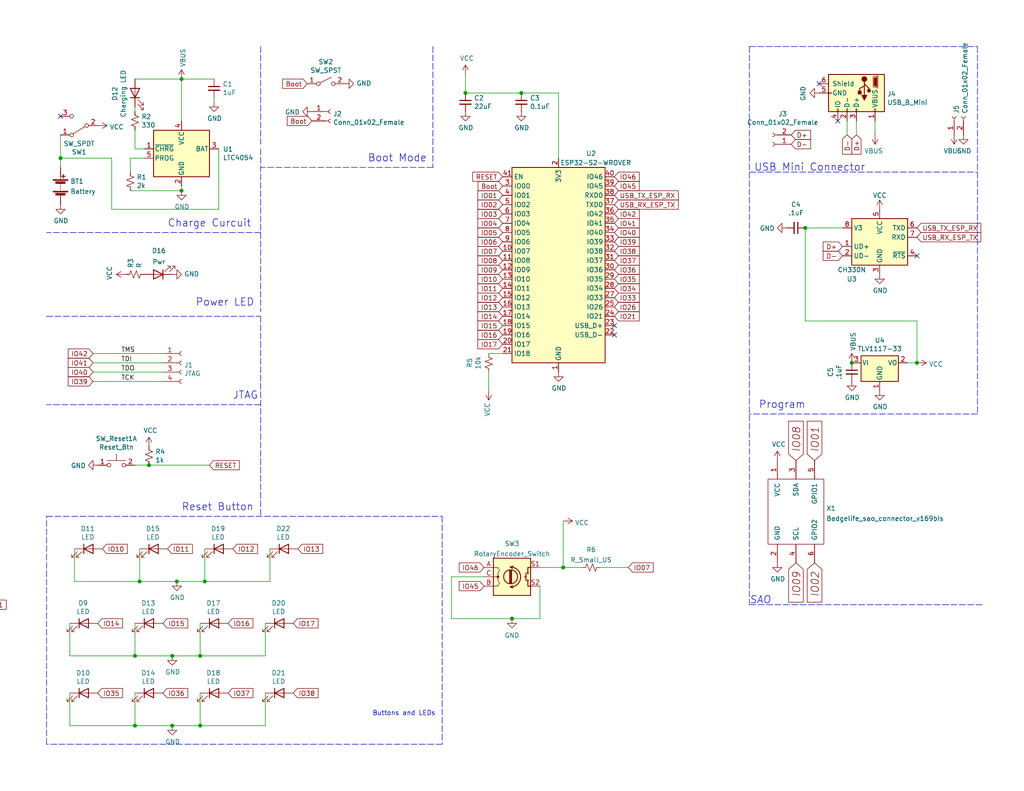
<source format=kicad_sch>
(kicad_sch (version 20211123) (generator eeschema)
  (paper "USLetter")
  (title_block (title "Prospect Boards") (date "2022-07-03") (rev "1.0") (company "BadgePirates") (comment 1 "ESP32-S2 WROVER") (comment 2 "Li-Ion Charging") (comment 3 "USB to Serial Connector"))
  (lib_symbols
    (symbol "BadgePirates:Badgelife_sao_connector_v169bis" (pin_names (offset 1.016))
      (property "Reference" "X" (at 0 0 0))
      (property "Value" "Badgelife_sao_connector_v169bis" (at 0 20.32 0))
      (symbol "Badgelife_sao_connector_v169bis_0_1"
        (rectangle (start -7.62 8.89) (end 7.62 -8.89))
      )
      (symbol "Badgelife_sao_connector_v169bis_1_1"
        (pin input line (at -5.08 13.97 270) (length 5.08) (name "VCC") (number "1"))
        (pin input line (at -5.08 -13.97 90) (length 5.08) (name "GND") (number "2"))
        (pin input line (at 0 13.97 270) (length 5.08) (name "SDA") (number "3"))
        (pin input line (at 0 -13.97 90) (length 5.08) (name "SCL") (number "4"))
        (pin input line (at 5.08 13.97 270) (length 5.08) (name "GPIO1") (number "5"))
        (pin input line (at 5.08 -13.97 90) (length 5.08) (name "GPIO2") (number "6"))
      )
    )
    (symbol "Battery_Management:LTC4054ES5-4.2" (pin_names (offset 0.254))
      (property "Reference" "U" (at -5.842 6.604 0))
      (property "Value" "LTC4054ES5-4.2" (at 1.524 6.604 0))
      (symbol "LTC4054ES5-4.2_0_1"
        (rectangle (start -7.62 5.08) (end 7.62 -7.62) (stroke (width 0.254)) (fill (type background)))
      )
      (symbol "LTC4054ES5-4.2_1_1"
        (pin open_collector line (at -10.16 0 0) (length 2.54) (name "~{CHRG}") (number "1"))
        (pin power_in line (at 0 -10.16 90) (length 2.54) (name "GND") (number "2"))
        (pin power_out line (at 10.16 0 180) (length 2.54) (name "BAT") (number "3"))
        (pin power_in line (at 0 7.62 270) (length 2.54) (name "VCC") (number "4"))
        (pin bidirectional line (at -10.16 -2.54 0) (length 2.54) (name "PROG") (number "5"))
      )
    )
    (symbol "Connector:Conn_01x02_Female" (pin_names (offset 1.016) hide)
      (property "Reference" "J" (at 0 2.54 0))
      (property "Value" "Conn_01x02_Female" (at 0 -5.08 0))
      (symbol "Conn_01x02_Female_1_1"
        (arc (start 0 -2.032) (mid -0.508 -2.54) (end 0 -3.048) (stroke (width 0.1524)))
        (polyline (pts (xy -1.27 -2.54) (xy -0.508 -2.54)) (stroke (width 0.1524)))
        (polyline (pts (xy -1.27 0) (xy -0.508 0)) (stroke (width 0.1524)))
        (arc (start 0 0.508) (mid -0.508 0) (end 0 -0.508) (stroke (width 0.1524)))
        (pin passive line (at -5.08 0 0) (length 3.81) (name "Pin_1") (number "1"))
        (pin passive line (at -5.08 -2.54 0) (length 3.81) (name "Pin_2") (number "2"))
      )
    )
    (symbol "Connector:Conn_01x04_Female" (pin_names (offset 1.016) hide)
      (property "Reference" "J" (at 0 5.08 0))
      (property "Value" "Conn_01x04_Female" (at 0 -7.62 0))
      (symbol "Conn_01x04_Female_1_1"
        (arc (start 0 -4.572) (mid -0.508 -5.08) (end 0 -5.588) (stroke (width 0.1524)))
        (arc (start 0 -2.032) (mid -0.508 -2.54) (end 0 -3.048) (stroke (width 0.1524)))
        (polyline (pts (xy -1.27 -5.08) (xy -0.508 -5.08)) (stroke (width 0.1524)))
        (polyline (pts (xy -1.27 -2.54) (xy -0.508 -2.54)) (stroke (width 0.1524)))
        (polyline (pts (xy -1.27 0) (xy -0.508 0)) (stroke (width 0.1524)))
        (polyline (pts (xy -1.27 2.54) (xy -0.508 2.54)) (stroke (width 0.1524)))
        (arc (start 0 0.508) (mid -0.508 0) (end 0 -0.508) (stroke (width 0.1524)))
        (arc (start 0 3.048) (mid -0.508 2.54) (end 0 2.032) (stroke (width 0.1524)))
        (pin passive line (at -5.08 2.54 0) (length 3.81) (name "Pin_1") (number "1"))
        (pin passive line (at -5.08 0 0) (length 3.81) (name "Pin_2") (number "2"))
        (pin passive line (at -5.08 -2.54 0) (length 3.81) (name "Pin_3") (number "3"))
        (pin passive line (at -5.08 -5.08 0) (length 3.81) (name "Pin_4") (number "4"))
      )
    )
    (symbol "Connector:USB_B_Mini" (pin_names (offset 1.016))
      (property "Reference" "J" (at -5.08 11.43 0))
      (property "Value" "USB_B_Mini" (at -5.08 8.89 0))
      (symbol "USB_B_Mini_0_1"
        (rectangle (start -5.08 -7.62) (end 5.08 7.62) (stroke (width 0.254)) (fill (type background)))
        (circle (center -3.81 2.159) (radius 0.635) (stroke (width 0.254)) (fill (type outline)))
        (circle (center -0.635 3.429) (radius 0.381) (stroke (width 0.254)) (fill (type outline)))
        (rectangle (start -0.127 -7.62) (end 0.127 -6.858))
        (polyline (pts (xy -1.905 2.159) (xy 0.635 2.159)) (stroke (width 0.254)))
        (polyline (pts (xy -3.175 2.159) (xy -2.54 2.159) (xy -1.27 3.429) (xy -0.635 3.429)) (stroke (width 0.254)))
        (polyline (pts (xy -2.54 2.159) (xy -1.905 2.159) (xy -1.27 0.889) (xy 0 0.889)) (stroke (width 0.254)))
        (polyline (pts (xy 0.635 2.794) (xy 0.635 1.524) (xy 1.905 2.159) (xy 0.635 2.794)) (stroke (width 0.254)) (fill (type outline)))
        (polyline (pts (xy -4.318 5.588) (xy -1.778 5.588) (xy -2.032 4.826) (xy -4.064 4.826) (xy -4.318 5.588)) (fill (type outline)))
        (polyline (pts (xy -4.699 5.842) (xy -4.699 5.588) (xy -4.445 4.826) (xy -4.445 4.572) (xy -1.651 4.572) (xy -1.651 4.826) (xy -1.397 5.588) (xy -1.397 5.842) (xy -4.699 5.842)))
        (rectangle (start 0.254 1.27) (end -0.508 0.508) (stroke (width 0.254)) (fill (type outline)))
        (rectangle (start 5.08 -5.207) (end 4.318 -4.953))
        (rectangle (start 5.08 -2.667) (end 4.318 -2.413))
        (rectangle (start 5.08 -0.127) (end 4.318 0.127))
        (rectangle (start 5.08 4.953) (end 4.318 5.207))
      )
      (symbol "USB_B_Mini_1_1"
        (pin power_out line (at 7.62 5.08 180) (length 2.54) (name "VBUS") (number "1"))
        (pin bidirectional line (at 7.62 -2.54 180) (length 2.54) (name "D-") (number "2"))
        (pin bidirectional line (at 7.62 0 180) (length 2.54) (name "D+") (number "3"))
        (pin passive line (at 7.62 -5.08 180) (length 2.54) (name "ID") (number "4"))
        (pin power_out line (at 0 -10.16 90) (length 2.54) (name "GND") (number "5"))
        (pin passive line (at -2.54 -10.16 90) (length 2.54) (name "Shield") (number "6"))
      )
    )
    (symbol "Device:Battery" (pin_numbers hide) (pin_names (offset 0) hide)
      (property "Reference" "BT" (at 2.54 2.54 0))
      (property "Value" "Battery" (at 2.54 0 0))
      (symbol "Battery_0_1"
        (rectangle (start -2.032 -1.397) (end 2.032 -1.651) (fill (type outline)))
        (rectangle (start -2.032 1.778) (end 2.032 1.524) (fill (type outline)))
        (rectangle (start -1.3208 -1.9812) (end 1.27 -2.4892) (fill (type outline)))
        (rectangle (start -1.3208 1.1938) (end 1.27 0.6858) (fill (type outline)))
        (polyline (pts (xy 0 -1.524) (xy 0 -1.27)))
        (polyline (pts (xy 0 -1.016) (xy 0 -0.762)))
        (polyline (pts (xy 0 -0.508) (xy 0 -0.254)))
        (polyline (pts (xy 0 0) (xy 0 0.254)))
        (polyline (pts (xy 0 0.508) (xy 0 0.762)))
        (polyline (pts (xy 0 1.778) (xy 0 2.54)))
        (polyline (pts (xy 0.254 2.667) (xy 1.27 2.667)) (stroke (width 0.254)))
        (polyline (pts (xy 0.762 3.175) (xy 0.762 2.159)) (stroke (width 0.254)))
      )
      (symbol "Battery_1_1"
        (pin passive line (at 0 5.08 270) (length 2.54) (name "+") (number "1"))
        (pin passive line (at 0 -5.08 90) (length 2.54) (name "-") (number "2"))
      )
    )
    (symbol "Device:C_Small" (pin_numbers hide) (pin_names (offset 0.254) hide)
      (property "Reference" "C" (at 0.254 1.778 0))
      (property "Value" "C_Small" (at 0.254 -2.032 0))
      (symbol "C_Small_0_1"
        (polyline (pts (xy -1.524 -0.508) (xy 1.524 -0.508)) (stroke (width 0.3302)))
        (polyline (pts (xy -1.524 0.508) (xy 1.524 0.508)) (stroke (width 0.3048)))
      )
      (symbol "C_Small_1_1"
        (pin passive line (at 0 2.54 270) (length 2.032) (name "~") (number "1"))
        (pin passive line (at 0 -2.54 90) (length 2.032) (name "~") (number "2"))
      )
    )
    (symbol "Device:LED" (pin_numbers hide) (pin_names (offset 1.016) hide)
      (property "Reference" "D" (at 0 2.54 0))
      (property "Value" "LED" (at 0 -2.54 0))
      (symbol "LED_0_1"
        (polyline (pts (xy -1.27 -1.27) (xy -1.27 1.27)) (stroke (width 0.254)))
        (polyline (pts (xy -1.27 0) (xy 1.27 0)))
        (polyline (pts (xy 1.27 -1.27) (xy 1.27 1.27) (xy -1.27 0) (xy 1.27 -1.27)) (stroke (width 0.254)))
        (polyline (pts (xy -3.048 -0.762) (xy -4.572 -2.286) (xy -3.81 -2.286) (xy -4.572 -2.286) (xy -4.572 -1.524)))
        (polyline (pts (xy -1.778 -0.762) (xy -3.302 -2.286) (xy -2.54 -2.286) (xy -3.302 -2.286) (xy -3.302 -1.524)))
      )
      (symbol "LED_1_1"
        (pin passive line (at -3.81 0 0) (length 2.54) (name "K") (number "1"))
        (pin passive line (at 3.81 0 180) (length 2.54) (name "A") (number "2"))
      )
    )
    (symbol "Device:R_Small_US" (pin_numbers hide) (pin_names (offset 0.254) hide)
      (property "Reference" "R" (at 0.762 0.508 0))
      (property "Value" "R_Small_US" (at 0.762 -1.016 0))
      (symbol "R_Small_US_1_1"
        (polyline (pts (xy 0 0) (xy 1.016 -0.381) (xy 0 -0.762) (xy -1.016 -1.143) (xy 0 -1.524)))
        (polyline (pts (xy 0 1.524) (xy 1.016 1.143) (xy 0 0.762) (xy -1.016 0.381) (xy 0 0)))
        (pin passive line (at 0 2.54 270) (length 1.016) (name "~") (number "1"))
        (pin passive line (at 0 -2.54 90) (length 1.016) (name "~") (number "2"))
      )
    )
    (symbol "Device:RotaryEncoder_Switch" (pin_names (offset 0.254) hide)
      (property "Reference" "SW" (at 0 6.604 0))
      (property "Value" "RotaryEncoder_Switch" (at 0 -6.604 0))
      (symbol "RotaryEncoder_Switch_0_1"
        (rectangle (start -5.08 5.08) (end 5.08 -5.08) (stroke (width 0.254)) (fill (type background)))
        (circle (center -3.81 0) (radius 0.254) (fill (type outline)))
        (arc (start -0.381 -2.794) (mid 2.3622 -0.0635) (end -0.381 2.667) (stroke (width 0.254)))
        (circle (center -0.381 0) (radius 1.905) (stroke (width 0.254)))
        (polyline (pts (xy -0.635 -1.778) (xy -0.635 1.778)) (stroke (width 0.254)))
        (polyline (pts (xy -0.381 -1.778) (xy -0.381 1.778)) (stroke (width 0.254)))
        (polyline (pts (xy -0.127 1.778) (xy -0.127 -1.778)) (stroke (width 0.254)))
        (polyline (pts (xy 3.81 0) (xy 3.429 0)) (stroke (width 0.254)))
        (polyline (pts (xy 3.81 1.016) (xy 3.81 -1.016)) (stroke (width 0.254)))
        (polyline (pts (xy -5.08 -2.54) (xy -3.81 -2.54) (xy -3.81 -2.032)))
        (polyline (pts (xy -5.08 2.54) (xy -3.81 2.54) (xy -3.81 2.032)))
        (polyline (pts (xy 0.254 -3.048) (xy -0.508 -2.794) (xy 0.127 -2.413)) (stroke (width 0.254)))
        (polyline (pts (xy 0.254 2.921) (xy -0.508 2.667) (xy 0.127 2.286)) (stroke (width 0.254)))
        (polyline (pts (xy 5.08 -2.54) (xy 4.318 -2.54) (xy 4.318 -1.016)) (stroke (width 0.254)))
        (polyline (pts (xy 5.08 2.54) (xy 4.318 2.54) (xy 4.318 1.016)) (stroke (width 0.254)))
        (polyline (pts (xy -5.08 0) (xy -3.81 0) (xy -3.81 -1.016) (xy -3.302 -2.032)))
        (polyline (pts (xy -4.318 0) (xy -3.81 0) (xy -3.81 1.016) (xy -3.302 2.032)))
        (circle (center 4.318 -1.016) (radius 0.127) (stroke (width 0.254)))
        (circle (center 4.318 1.016) (radius 0.127) (stroke (width 0.254)))
      )
      (symbol "RotaryEncoder_Switch_1_1"
        (pin passive line (at -7.62 2.54 0) (length 2.54) (name "A") (number "A"))
        (pin passive line (at -7.62 -2.54 0) (length 2.54) (name "B") (number "B"))
        (pin passive line (at -7.62 0 0) (length 2.54) (name "C") (number "C"))
        (pin passive line (at 7.62 2.54 180) (length 2.54) (name "S1") (number "S1"))
        (pin passive line (at 7.62 -2.54 180) (length 2.54) (name "S2") (number "S2"))
      )
    )
    (symbol "Interface_USB:CH330N"
      (property "Reference" "U" (at -7.62 6.35 0))
      (property "Value" "CH330N" (at 7.62 6.35 0))
      (symbol "CH330N_0_1"
        (rectangle (start -7.62 5.08) (end 7.62 -7.62) (stroke (width 0.254)) (fill (type background)))
      )
      (symbol "CH330N_1_1"
        (pin bidirectional line (at -10.16 -2.54 0) (length 2.54) (name "UD+") (number "1"))
        (pin bidirectional line (at -10.16 -5.08 0) (length 2.54) (name "UD-") (number "2"))
        (pin power_in line (at 0 -10.16 90) (length 2.54) (name "GND") (number "3"))
        (pin output line (at 10.16 -5.08 180) (length 2.54) (name "~{RTS}") (number "4"))
        (pin power_in line (at 0 7.62 270) (length 2.54) (name "VCC") (number "5"))
        (pin output line (at 10.16 2.54 180) (length 2.54) (name "TXD") (number "6"))
        (pin input line (at 10.16 0 180) (length 2.54) (name "RXD") (number "7"))
        (pin passive line (at -10.16 2.54 0) (length 2.54) (name "V3") (number "8"))
      )
    )
    (symbol "RF_Module:ESP32-S2-WROVER"
      (property "Reference" "U" (at -12.7 29.21 0))
      (property "Value" "ESP32-S2-WROVER" (at 2.54 29.21 0))
      (symbol "ESP32-S2-WROVER_0_1"
        (rectangle (start -12.7 27.94) (end 12.7 -25.4) (stroke (width 0.254)) (fill (type background)))
      )
      (symbol "ESP32-S2-WROVER_1_1"
        (pin power_in line (at 0 -27.94 90) (length 2.54) (name "GND") (number "1"))
        (pin bidirectional line (at -15.24 5.08 0) (length 2.54) (name "IO07") (number "10"))
        (pin bidirectional line (at -15.24 2.54 0) (length 2.54) (name "IO08") (number "11"))
        (pin bidirectional line (at -15.24 0 0) (length 2.54) (name "IO09") (number "12"))
        (pin bidirectional line (at -15.24 -2.54 0) (length 2.54) (name "IO10") (number "13"))
        (pin bidirectional line (at -15.24 -5.08 0) (length 2.54) (name "IO11") (number "14"))
        (pin bidirectional line (at -15.24 -7.62 0) (length 2.54) (name "IO12") (number "15"))
        (pin bidirectional line (at -15.24 -10.16 0) (length 2.54) (name "IO13") (number "16"))
        (pin bidirectional line (at -15.24 -12.7 0) (length 2.54) (name "IO14") (number "17"))
        (pin bidirectional line (at -15.24 -15.24 0) (length 2.54) (name "IO15") (number "18"))
        (pin bidirectional line (at -15.24 -17.78 0) (length 2.54) (name "IO16") (number "19"))
        (pin power_in line (at 0 30.48 270) (length 2.54) (name "3V3") (number "2"))
        (pin bidirectional line (at -15.24 -20.32 0) (length 2.54) (name "IO17") (number "20"))
        (pin bidirectional line (at -15.24 -22.86 0) (length 2.54) (name "IO18") (number "21"))
        (pin bidirectional line (at 15.24 -17.78 180) (length 2.54) (name "USB_D-") (number "22"))
        (pin bidirectional line (at 15.24 -15.24 180) (length 2.54) (name "USB_D+") (number "23"))
        (pin bidirectional line (at 15.24 -12.7 180) (length 2.54) (name "IO21") (number "24"))
        (pin bidirectional line (at 15.24 -10.16 180) (length 2.54) (name "IO26") (number "25"))
        (pin passive line (at 0 -27.94 90) (length 2.54) hide (name "GND") (number "26"))
        (pin bidirectional line (at 15.24 -7.62 180) (length 2.54) (name "IO33") (number "27"))
        (pin bidirectional line (at 15.24 -5.08 180) (length 2.54) (name "IO34") (number "28"))
        (pin bidirectional line (at 15.24 -2.54 180) (length 2.54) (name "IO35") (number "29"))
        (pin bidirectional line (at -15.24 22.86 0) (length 2.54) (name "IO00") (number "3"))
        (pin bidirectional line (at 15.24 0 180) (length 2.54) (name "IO36") (number "30"))
        (pin bidirectional line (at 15.24 2.54 180) (length 2.54) (name "IO37") (number "31"))
        (pin bidirectional line (at 15.24 5.08 180) (length 2.54) (name "IO38") (number "32"))
        (pin bidirectional line (at 15.24 7.62 180) (length 2.54) (name "IO39") (number "33"))
        (pin bidirectional line (at 15.24 10.16 180) (length 2.54) (name "IO40") (number "34"))
        (pin bidirectional line (at 15.24 12.7 180) (length 2.54) (name "IO41") (number "35"))
        (pin bidirectional line (at 15.24 15.24 180) (length 2.54) (name "IO42") (number "36"))
        (pin bidirectional line (at 15.24 17.78 180) (length 2.54) (name "TXD0") (number "37"))
        (pin bidirectional line (at 15.24 20.32 180) (length 2.54) (name "RXD0") (number "38"))
        (pin bidirectional line (at 15.24 22.86 180) (length 2.54) (name "IO45") (number "39"))
        (pin bidirectional line (at -15.24 20.32 0) (length 2.54) (name "IO01") (number "4"))
        (pin input line (at 15.24 25.4 180) (length 2.54) (name "IO46") (number "40"))
        (pin input line (at -15.24 25.4 0) (length 2.54) (name "EN") (number "41"))
        (pin passive line (at 0 -27.94 90) (length 2.54) hide (name "GND") (number "42"))
        (pin passive line (at 0 -27.94 90) (length 2.54) hide (name "GND") (number "43"))
        (pin bidirectional line (at -15.24 17.78 0) (length 2.54) (name "IO02") (number "5"))
        (pin bidirectional line (at -15.24 15.24 0) (length 2.54) (name "IO03") (number "6"))
        (pin bidirectional line (at -15.24 12.7 0) (length 2.54) (name "IO04") (number "7"))
        (pin bidirectional line (at -15.24 10.16 0) (length 2.54) (name "IO05") (number "8"))
        (pin bidirectional line (at -15.24 7.62 0) (length 2.54) (name "IO06") (number "9"))
      )
    )
    (symbol "Regulator_Linear:TLV1117-33" (pin_names (offset 0.254))
      (property "Reference" "U" (at -3.81 3.175 0))
      (property "Value" "TLV1117-33" (at 0 3.175 0))
      (symbol "TLV1117-33_0_1"
        (rectangle (start -5.08 -5.08) (end 5.08 1.905) (stroke (width 0.254)) (fill (type background)))
      )
      (symbol "TLV1117-33_1_1"
        (pin power_in line (at 0 -7.62 90) (length 2.54) (name "GND") (number "1"))
        (pin power_out line (at 7.62 0 180) (length 2.54) (name "VO") (number "2"))
        (pin power_in line (at -7.62 0 0) (length 2.54) (name "VI") (number "3"))
      )
    )
    (symbol "Switch:SW_Push_Dual_x2" (pin_names (offset 1.016) hide)
      (property "Reference" "SW" (at 1.27 2.54 0))
      (property "Value" "SW_Push_Dual_x2" (at 0 -1.524 0))
      (symbol "SW_Push_Dual_x2_0_1"
        (circle (center -2.032 0) (radius 0.508))
        (polyline (pts (xy 0 1.27) (xy 0 3.048)))
        (polyline (pts (xy 2.54 1.27) (xy -2.54 1.27)))
        (circle (center 2.032 0) (radius 0.508))
      )
      (symbol "SW_Push_Dual_x2_1_1"
        (pin passive line (at -5.08 0 0) (length 2.54) (name "C") (number "1"))
        (pin passive line (at 5.08 0 180) (length 2.54) (name "D") (number "2"))
      )
      (symbol "SW_Push_Dual_x2_2_1"
        (pin passive line (at -5.08 0 0) (length 2.54) (name "C") (number "3"))
        (pin passive line (at 5.08 0 180) (length 2.54) (name "D") (number "4"))
      )
    )
    (symbol "Switch:SW_SPDT" (pin_names (offset 0) hide)
      (property "Reference" "SW" (at 0 4.318 0))
      (property "Value" "SW_SPDT" (at 0 -5.08 0))
      (symbol "SW_SPDT_0_0"
        (circle (center -2.032 0) (radius 0.508))
        (circle (center 2.032 -2.54) (radius 0.508))
      )
      (symbol "SW_SPDT_0_1"
        (polyline (pts (xy -1.524 0.254) (xy 1.651 2.286)))
        (circle (center 2.032 2.54) (radius 0.508))
      )
      (symbol "SW_SPDT_1_1"
        (pin passive line (at 5.08 2.54 180) (length 2.54) (name "A") (number "1"))
        (pin passive line (at -5.08 0 0) (length 2.54) (name "B") (number "2"))
        (pin passive line (at 5.08 -2.54 180) (length 2.54) (name "C") (number "3"))
      )
    )
    (symbol "Switch:SW_SPST" (pin_names (offset 0) hide)
      (property "Reference" "SW" (at 0 3.175 0))
      (property "Value" "SW_SPST" (at 0 -2.54 0))
      (symbol "SW_SPST_0_0"
        (circle (center -2.032 0) (radius 0.508))
        (polyline (pts (xy -1.524 0.254) (xy 1.524 1.778)))
        (circle (center 2.032 0) (radius 0.508))
      )
      (symbol "SW_SPST_1_1"
        (pin passive line (at -5.08 0 0) (length 2.54) (name "A") (number "1"))
        (pin passive line (at 5.08 0 180) (length 2.54) (name "B") (number "2"))
      )
    )
    (symbol "power:GND" (power) (pin_names (offset 0))
      (property "Value" "GND" (at 0 -3.81 0))
      (symbol "GND_0_1"
        (polyline (pts (xy 0 0) (xy 0 -1.27) (xy 1.27 -1.27) (xy 0 -2.54) (xy -1.27 -1.27) (xy 0 -1.27)))
      )
      (symbol "GND_1_1"
        (pin power_in line (at 0 0 270) (length 0) hide (name "GND") (number "1"))
      )
    )
    (symbol "power:VBUS" (power) (pin_names (offset 0))
      (property "Value" "VBUS" (at 0 3.81 0))
      (symbol "VBUS_0_1"
        (polyline (pts (xy -0.762 1.27) (xy 0 2.54)))
        (polyline (pts (xy 0 0) (xy 0 2.54)))
        (polyline (pts (xy 0 2.54) (xy 0.762 1.27)))
      )
      (symbol "VBUS_1_1"
        (pin power_in line (at 0 0 90) (length 0) hide (name "VBUS") (number "1"))
      )
    )
    (symbol "power:VCC" (power) (pin_names (offset 0))
      (property "Value" "VCC" (at 0 3.81 0))
      (symbol "VCC_0_1"
        (polyline (pts (xy -0.762 1.27) (xy 0 2.54)))
        (polyline (pts (xy 0 0) (xy 0 2.54)))
        (polyline (pts (xy 0 2.54) (xy 0.762 1.27)))
      )
      (symbol "VCC_1_1"
        (pin power_in line (at 0 0 90) (length 0) hide (name "VCC") (number "1"))
      )
    )
  )
  (junction (at 55.88 158.75))
  (junction (at 54.61 198.12))
  (junction (at 36.83 198.12))
  (junction (at 232.41 99.06))
  (junction (at 36.83 179.07))
  (junction (at 142.24 25.4))
  (junction (at -55.88 142.24))
  (junction (at 127 25.4))
  (junction (at 40.64 127))
  (junction (at 139.7 168.91))
  (junction (at 16.51 43.18))
  (junction (at 250.19 99.06))
  (junction (at -38.1 173.99))
  (junction (at 54.61 179.07))
  (junction (at -48.26 173.99))
  (junction (at -30.48 173.99))
  (junction (at 46.99 198.12))
  (junction (at 49.53 21.59))
  (junction (at 153.67 154.94))
  (junction (at -38.1 142.24))
  (junction (at -45.72 142.24))
  (junction (at 38.1 158.75))
  (junction (at 46.99 179.07))
  (junction (at 48.26 158.75))
  (junction (at 49.53 52.07))
  (junction (at 219.71 62.23))
  (no_connect (at 167.64 91.44))
  (no_connect (at 229.87 -52.07))
  (no_connect (at 223.52 22.86))
  (no_connect (at 16.51 31.75))
  (no_connect (at 228.6 33.02))
  (no_connect (at 167.64 88.9))
  (no_connect (at 250.19 69.85))
  (polyline (pts (xy 266.7 12.7) (xy 266.7 113.03)))
  (wire (pts (xy 127 25.4) (xy 142.24 25.4)))
  (wire (pts (xy 20.32 158.75) (xy 38.1 158.75)))
  (wire (pts (xy 49.53 50.8) (xy 49.53 52.07)))
  (polyline (pts (xy 12.7 140.97) (xy 120.65 140.97)))
  (wire (pts (xy 36.83 189.23) (xy 36.83 198.12)))
  (polyline (pts (xy 204.47 12.7) (xy 204.47 165.1)))
  (wire (pts (xy 36.83 40.64) (xy 39.37 40.64)))
  (wire (pts (xy 39.37 43.18) (xy 35.56 43.18)))
  (wire (pts (xy 142.24 25.4) (xy 152.4 25.4)))
  (polyline (pts (xy 118.11 12.7) (xy 118.11 45.72)))
  (polyline (pts (xy 12.7 86.36) (xy 71.12 86.36)))
  (polyline (pts (xy 12.7 203.2) (xy 12.7 140.97)))
  (wire (pts (xy 19.05 189.23) (xy 19.05 198.12)))
  (wire (pts (xy 132.08 157.48) (xy 123.19 157.48)))
  (wire (pts (xy 54.61 198.12) (xy 72.39 198.12)))
  (wire (pts (xy 25.4 96.52) (xy 44.45 96.52)))
  (wire (pts (xy -20.32 142.24) (xy -20.32 133.35)))
  (wire (pts (xy 36.83 127) (xy 40.64 127)))
  (wire (pts (xy 58.42 26.67) (xy 58.42 27.94)))
  (wire (pts (xy 55.88 149.86) (xy 55.88 158.75)))
  (polyline (pts (xy 204.47 12.7) (xy 266.7 12.7)))
  (wire (pts (xy 247.65 99.06) (xy 250.19 99.06)))
  (wire (pts (xy 72.39 198.12) (xy 72.39 189.23)))
  (wire (pts (xy -30.48 173.99) (xy -12.7 173.99)))
  (polyline (pts (xy 118.11 45.72) (xy 71.12 45.72)))
  (wire (pts (xy 123.19 168.91) (xy 139.7 168.91)))
  (polyline (pts (xy 71.12 12.7) (xy 71.12 39.37)))
  (polyline (pts (xy 267.97 165.1) (xy 204.47 165.1)))
  (wire (pts (xy 54.61 189.23) (xy 54.61 198.12)))
  (wire (pts (xy 19.05 170.18) (xy 19.05 179.07)))
  (wire (pts (xy 35.56 52.07) (xy 49.53 52.07)))
  (wire (pts (xy 137.16 96.52) (xy 133.35 96.52)))
  (wire (pts (xy 36.83 170.18) (xy 36.83 179.07)))
  (wire (pts (xy 73.66 158.75) (xy 73.66 149.86)))
  (wire (pts (xy 72.39 179.07) (xy 72.39 170.18)))
  (wire (pts (xy -30.48 165.1) (xy -30.48 173.99)))
  (wire (pts (xy 219.71 87.63) (xy 250.19 87.63)))
  (wire (pts (xy 25.4 101.6) (xy 44.45 101.6)))
  (wire (pts (xy 250.19 87.63) (xy 250.19 99.06)))
  (wire (pts (xy -12.7 173.99) (xy -12.7 165.1)))
  (wire (pts (xy -73.66 133.35) (xy -73.66 142.24)))
  (wire (pts (xy -38.1 133.35) (xy -38.1 142.24)))
  (wire (pts (xy 16.51 36.83) (xy 16.51 43.18)))
  (wire (pts (xy 127 25.4) (xy 127 20.32)))
  (wire (pts (xy 59.69 57.15) (xy 30.48 57.15)))
  (wire (pts (xy 46.99 198.12) (xy 54.61 198.12)))
  (wire (pts (xy 16.51 43.18) (xy 16.51 45.72)))
  (wire (pts (xy 231.14 33.02) (xy 231.14 36.83)))
  (wire (pts (xy 36.83 198.12) (xy 46.99 198.12)))
  (wire (pts (xy -66.04 173.99) (xy -48.26 173.99)))
  (wire (pts (xy 36.83 35.56) (xy 36.83 40.64)))
  (wire (pts (xy 147.32 160.02) (xy 147.32 168.91)))
  (wire (pts (xy 123.19 157.48) (xy 123.19 168.91)))
  (wire (pts (xy 153.67 142.24) (xy 153.67 154.94)))
  (wire (pts (xy -73.66 142.24) (xy -55.88 142.24)))
  (wire (pts (xy -55.88 142.24) (xy -45.72 142.24)))
  (wire (pts (xy 20.32 149.86) (xy 20.32 158.75)))
  (wire (pts (xy -66.04 165.1) (xy -66.04 173.99)))
  (wire (pts (xy 36.83 29.21) (xy 36.83 30.48)))
  (polyline (pts (xy 120.65 203.2) (xy 12.7 203.2)))
  (wire (pts (xy 40.64 127) (xy 57.15 127)))
  (polyline (pts (xy 71.12 110.49) (xy 12.7 110.49)))
  (wire (pts (xy 233.68 33.02) (xy 233.68 36.83)))
  (wire (pts (xy -38.1 173.99) (xy -30.48 173.99)))
  (wire (pts (xy 229.87 62.23) (xy 219.71 62.23)))
  (polyline (pts (xy 71.12 86.36) (xy 71.12 140.97)))
  (wire (pts (xy 38.1 149.86) (xy 38.1 158.75)))
  (wire (pts (xy 49.53 21.59) (xy 58.42 21.59)))
  (wire (pts (xy 38.1 158.75) (xy 48.26 158.75)))
  (wire (pts (xy 19.05 179.07) (xy 36.83 179.07)))
  (wire (pts (xy 163.83 154.94) (xy 171.45 154.94)))
  (wire (pts (xy 59.69 40.64) (xy 59.69 57.15)))
  (wire (pts (xy 153.67 154.94) (xy 158.75 154.94)))
  (polyline (pts (xy 204.47 46.99) (xy 266.7 46.99)))
  (wire (pts (xy 152.4 25.4) (xy 152.4 43.18)))
  (polyline (pts (xy 120.65 140.97) (xy 120.65 203.2)))
  (wire (pts (xy 219.71 62.23) (xy 219.71 87.63)))
  (wire (pts (xy -48.26 165.1) (xy -48.26 173.99)))
  (wire (pts (xy 46.99 179.07) (xy 54.61 179.07)))
  (wire (pts (xy -55.88 133.35) (xy -55.88 142.24)))
  (wire (pts (xy 19.05 198.12) (xy 36.83 198.12)))
  (wire (pts (xy -45.72 142.24) (xy -38.1 142.24)))
  (wire (pts (xy 54.61 170.18) (xy 54.61 179.07)))
  (wire (pts (xy 147.32 154.94) (xy 153.67 154.94)))
  (wire (pts (xy 36.83 179.07) (xy 46.99 179.07)))
  (wire (pts (xy 30.48 57.15) (xy 30.48 43.18)))
  (wire (pts (xy 133.35 101.6) (xy 133.35 106.68)))
  (wire (pts (xy -38.1 142.24) (xy -20.32 142.24)))
  (wire (pts (xy 238.76 33.02) (xy 238.76 36.83)))
  (wire (pts (xy 25.4 99.06) (xy 44.45 99.06)))
  (wire (pts (xy 54.61 179.07) (xy 72.39 179.07)))
  (polyline (pts (xy 266.7 113.03) (xy 204.47 113.03)))
  (wire (pts (xy 147.32 168.91) (xy 139.7 168.91)))
  (wire (pts (xy -48.26 173.99) (xy -38.1 173.99)))
  (wire (pts (xy 55.88 158.75) (xy 73.66 158.75)))
  (polyline (pts (xy 71.12 40.64) (xy 71.12 85.09)))
  (wire (pts (xy 30.48 43.18) (xy 16.51 43.18)))
  (wire (pts (xy 48.26 158.75) (xy 55.88 158.75)))
  (polyline (pts (xy 71.12 63.5) (xy 12.7 63.5)))
  (wire (pts (xy 36.83 21.59) (xy 49.53 21.59)))
  (wire (pts (xy 25.4 104.14) (xy 44.45 104.14)))
  (wire (pts (xy 49.53 21.59) (xy 49.53 33.02)))
  (wire (pts (xy 35.56 43.18) (xy 35.56 46.99)))
  (text "Reset Button\n" (at 49.53 139.7 0) (effects (font (size 2.0066 2.0066)) (justify left bottom)))
  (text "Power LED" (at 53.34 83.82 0) (effects (font (size 2.0066 2.0066)) (justify left bottom)))
  (text "Program" (at 207.01 111.76 0) (effects (font (size 2.0066 2.0066)) (justify left bottom)))
  (text "JTAG" (at 63.5 109.22 0) (effects (font (size 2.0066 2.0066)) (justify left bottom)))
  (text "Boot Mode" (at 100.33 44.45 0) (effects (font (size 2.0066 2.0066)) (justify left bottom)))
  (text "Charge Curcuit\n" (at 45.72 62.23 0) (effects (font (size 2.0066 2.0066)) (justify left bottom)))
  (text "USB Mini Connector" (at 205.74 46.99 0) (effects (font (size 2.0066 2.0066)) (justify left bottom)))
  (text "SAO" (at 204.47 165.1 0) (effects (font (size 2.0066 2.0066) italic) (justify left bottom)))
  (text "Buttons and LEDs" (at 101.6 195.58 0) (effects (font (size 1.27 1.27)) (justify left bottom)))
  (label "TMS" (at 33.02 96.52 0))
  (label "TDO" (at 33.02 101.6 0))
  (label "TCK" (at 33.02 104.14 0))
  (label "TDI" (at 33.02 99.06 0))
  (global_label "USB_RX_ESP_TX" (shape input) (at 250.19 64.77 0) (property "Intersheet References" "${INTERSHEET_REFS}" (effects hide)))
  (global_label "IO13" (shape input) (at 81.28 149.86 0) (property "Intersheet References" "${INTERSHEET_REFS}" (effects hide)))
  (global_label "Boot" (shape input) (at 85.09 33.02 180) (property "Intersheet References" "${INTERSHEET_REFS}" (effects hide)))
  (global_label "Boot" (shape input) (at 137.16 50.8 180) (property "Intersheet References" "${INTERSHEET_REFS}" (effects hide)))
  (global_label "IO33" (shape input) (at -40.64 165.1 0) (property "Intersheet References" "${INTERSHEET_REFS}" (effects hide)))
  (global_label "IO35" (shape input) (at 26.67 189.23 0) (property "Intersheet References" "${INTERSHEET_REFS}" (effects hide)))
  (global_label "USB_TX_ESP_RX" (shape input) (at 167.64 53.34 0) (property "Intersheet References" "${INTERSHEET_REFS}" (effects hide)))
  (global_label "IO06" (shape input) (at 137.16 66.04 180) (property "Intersheet References" "${INTERSHEET_REFS}" (effects hide)))
  (global_label "RESET" (shape input) (at 57.15 127 0) (property "Intersheet References" "${INTERSHEET_REFS}" (effects hide)))
  (global_label "IO05" (shape input) (at 137.16 63.5 180) (property "Intersheet References" "${INTERSHEET_REFS}" (effects hide)))
  (global_label "IO36" (shape input) (at 167.64 73.66 0) (property "Intersheet References" "${INTERSHEET_REFS}" (effects hide)))
  (global_label "D+" (shape input) (at 215.9 36.83 0) (property "Intersheet References" "${INTERSHEET_REFS}" (effects hide)))
  (global_label "IO11" (shape input) (at 137.16 78.74 180) (property "Intersheet References" "${INTERSHEET_REFS}" (effects hide)))
  (global_label "IO05" (shape input) (at -30.48 133.35 0) (property "Intersheet References" "${INTERSHEET_REFS}" (effects hide)))
  (global_label "IO46" (shape input) (at 167.64 48.26 0) (property "Intersheet References" "${INTERSHEET_REFS}" (effects hide)))
  (global_label "IO01" (shape input) (at 137.16 53.34 180) (property "Intersheet References" "${INTERSHEET_REFS}" (effects hide)))
  (global_label "IO02" (shape input) (at 137.16 55.88 180) (property "Intersheet References" "${INTERSHEET_REFS}" (effects hide)))
  (global_label "IO34" (shape input) (at -58.42 165.1 0) (property "Intersheet References" "${INTERSHEET_REFS}" (effects hide)))
  (global_label "IO46" (shape input) (at 132.08 154.94 180) (property "Intersheet References" "${INTERSHEET_REFS}" (effects hide)))
  (global_label "IO08" (shape input) (at 217.17 125.73 90) (effects (font (size 2.0066 2.0066) italic)) (property "Intersheet References" "${INTERSHEET_REFS}" (effects hide)))
  (global_label "IO07" (shape input) (at 137.16 68.58 180) (property "Intersheet References" "${INTERSHEET_REFS}" (effects hide)))
  (global_label "IO45" (shape input) (at 167.64 50.8 0) (property "Intersheet References" "${INTERSHEET_REFS}" (effects hide)))
  (global_label "USB_RX_ESP_TX" (shape input) (at 167.64 55.88 0) (property "Intersheet References" "${INTERSHEET_REFS}" (effects hide)))
  (global_label "IO04" (shape input) (at 137.16 60.96 180) (property "Intersheet References" "${INTERSHEET_REFS}" (effects hide)))
  (global_label "IO08" (shape input) (at 137.16 71.12 180) (property "Intersheet References" "${INTERSHEET_REFS}" (effects hide)))
  (global_label "IO42" (shape input) (at 167.64 58.42 0) (property "Intersheet References" "${INTERSHEET_REFS}" (effects hide)))
  (global_label "IO15" (shape input) (at 137.16 88.9 180) (property "Intersheet References" "${INTERSHEET_REFS}" (effects hide)))
  (global_label "IO26" (shape input) (at 167.64 83.82 0) (property "Intersheet References" "${INTERSHEET_REFS}" (effects hide)))
  (global_label "IO39" (shape input) (at 25.4 104.14 180) (property "Intersheet References" "${INTERSHEET_REFS}" (effects hide)))
  (global_label "IO09" (shape input) (at 217.17 153.67 270) (effects (font (size 2.0066 2.0066) italic)) (property "Intersheet References" "${INTERSHEET_REFS}" (effects hide)))
  (global_label "IO16" (shape input) (at 137.16 91.44 180) (property "Intersheet References" "${INTERSHEET_REFS}" (effects hide)))
  (global_label "IO11" (shape input) (at 45.72 149.86 0) (property "Intersheet References" "${INTERSHEET_REFS}" (effects hide)))
  (global_label "IO10" (shape input) (at 27.94 149.86 0) (property "Intersheet References" "${INTERSHEET_REFS}" (effects hide)))
  (global_label "IO03" (shape input) (at 137.16 58.42 180) (property "Intersheet References" "${INTERSHEET_REFS}" (effects hide)))
  (global_label "D-" (shape input) (at 215.9 39.37 0) (property "Intersheet References" "${INTERSHEET_REFS}" (effects hide)))
  (global_label "D+" (shape input) (at 229.87 67.31 180) (property "Intersheet References" "${INTERSHEET_REFS}" (effects hide)))
  (global_label "IO41" (shape input) (at 25.4 99.06 180) (property "Intersheet References" "${INTERSHEET_REFS}" (effects hide)))
  (global_label "IO34" (shape input) (at 167.64 78.74 0) (property "Intersheet References" "${INTERSHEET_REFS}" (effects hide)))
  (global_label "IO36" (shape input) (at 44.45 189.23 0) (property "Intersheet References" "${INTERSHEET_REFS}" (effects hide)))
  (global_label "D-" (shape input) (at 229.87 69.85 180) (property "Intersheet References" "${INTERSHEET_REFS}" (effects hide)))
  (global_label "IO38" (shape input) (at 80.01 189.23 0) (property "Intersheet References" "${INTERSHEET_REFS}" (effects hide)))
  (global_label "IO33" (shape input) (at 167.64 81.28 0) (property "Intersheet References" "${INTERSHEET_REFS}" (effects hide)))
  (global_label "IO03" (shape input) (at -66.04 133.35 0) (property "Intersheet References" "${INTERSHEET_REFS}" (effects hide)))
  (global_label "IO15" (shape input) (at 44.45 170.18 0) (property "Intersheet References" "${INTERSHEET_REFS}" (effects hide)))
  (global_label "RESET" (shape input) (at 137.16 48.26 180) (property "Intersheet References" "${INTERSHEET_REFS}" (effects hide)))
  (global_label "IO38" (shape input) (at 167.64 68.58 0) (property "Intersheet References" "${INTERSHEET_REFS}" (effects hide)))
  (global_label "IO14" (shape input) (at 137.16 86.36 180) (property "Intersheet References" "${INTERSHEET_REFS}" (effects hide)))
  (global_label "IO02" (shape input) (at 222.25 153.67 270) (effects (font (size 2.0066 2.0066) italic)) (property "Intersheet References" "${INTERSHEET_REFS}" (effects hide)))
  (global_label "IO12" (shape input) (at 63.5 149.86 0) (property "Intersheet References" "${INTERSHEET_REFS}" (effects hide)))
  (global_label "IO01" (shape input) (at 222.25 125.73 90) (effects (font (size 2.0066 2.0066) italic)) (property "Intersheet References" "${INTERSHEET_REFS}" (effects hide)))
  (global_label "IO07" (shape input) (at 171.45 154.94 0) (property "Intersheet References" "${INTERSHEET_REFS}" (effects hide)))
  (global_label "IO40" (shape input) (at 25.4 101.6 180) (property "Intersheet References" "${INTERSHEET_REFS}" (effects hide)))
  (global_label "IO35" (shape input) (at 167.64 76.2 0) (property "Intersheet References" "${INTERSHEET_REFS}" (effects hide)))
  (global_label "IO26" (shape input) (at -22.86 165.1 0) (property "Intersheet References" "${INTERSHEET_REFS}" (effects hide)))
  (global_label "IO21" (shape input) (at -5.08 165.1 0) (property "Intersheet References" "${INTERSHEET_REFS}" (effects hide)))
  (global_label "IO40" (shape input) (at 167.64 63.5 0) (property "Intersheet References" "${INTERSHEET_REFS}" (effects hide)))
  (global_label "D+" (shape input) (at 233.68 36.83 270) (property "Intersheet References" "${INTERSHEET_REFS}" (effects hide)))
  (global_label "IO45" (shape input) (at 132.08 160.02 180) (property "Intersheet References" "${INTERSHEET_REFS}" (effects hide)))
  (global_label "USB_TX_ESP_RX" (shape input) (at 250.19 62.23 0) (property "Intersheet References" "${INTERSHEET_REFS}" (effects hide)))
  (global_label "IO37" (shape input) (at 167.64 71.12 0) (property "Intersheet References" "${INTERSHEET_REFS}" (effects hide)))
  (global_label "IO17" (shape input) (at 80.01 170.18 0) (property "Intersheet References" "${INTERSHEET_REFS}" (effects hide)))
  (global_label "IO09" (shape input) (at 137.16 73.66 180) (property "Intersheet References" "${INTERSHEET_REFS}" (effects hide)))
  (global_label "IO06" (shape input) (at -12.7 133.35 0) (property "Intersheet References" "${INTERSHEET_REFS}" (effects hide)))
  (global_label "IO04" (shape input) (at -48.26 133.35 0) (property "Intersheet References" "${INTERSHEET_REFS}" (effects hide)))
  (global_label "IO12" (shape input) (at 137.16 81.28 180) (property "Intersheet References" "${INTERSHEET_REFS}" (effects hide)))
  (global_label "IO16" (shape input) (at 62.23 170.18 0) (property "Intersheet References" "${INTERSHEET_REFS}" (effects hide)))
  (global_label "IO39" (shape input) (at 167.64 66.04 0) (property "Intersheet References" "${INTERSHEET_REFS}" (effects hide)))
  (global_label "Boot" (shape input) (at 83.82 22.86 180) (property "Intersheet References" "${INTERSHEET_REFS}" (effects hide)))
  (global_label "IO42" (shape input) (at 25.4 96.52 180) (property "Intersheet References" "${INTERSHEET_REFS}" (effects hide)))
  (global_label "IO41" (shape input) (at 167.64 60.96 0) (property "Intersheet References" "${INTERSHEET_REFS}" (effects hide)))
  (global_label "IO13" (shape input) (at 137.16 83.82 180) (property "Intersheet References" "${INTERSHEET_REFS}" (effects hide)))
  (global_label "IO10" (shape input) (at 137.16 76.2 180) (property "Intersheet References" "${INTERSHEET_REFS}" (effects hide)))
  (global_label "IO37" (shape input) (at 62.23 189.23 0) (property "Intersheet References" "${INTERSHEET_REFS}" (effects hide)))
  (global_label "IO14" (shape input) (at 26.67 170.18 0) (property "Intersheet References" "${INTERSHEET_REFS}" (effects hide)))
  (global_label "IO17" (shape input) (at 137.16 93.98 180) (property "Intersheet References" "${INTERSHEET_REFS}" (effects hide)))
  (global_label "IO21" (shape input) (at 167.64 86.36 0) (property "Intersheet References" "${INTERSHEET_REFS}" (effects hide)))
  (global_label "D-" (shape input) (at 231.14 36.83 270) (property "Intersheet References" "${INTERSHEET_REFS}" (effects hide)))
  (symbol (lib_id "RF_Module:ESP32-S2-WROVER") (at 152.4 73.66 0) (unit 1)
    (property "Reference" "U2" (at 161.29 41.91 0))
    (property "Value" "ESP32-S2-WROVER" (at 162.56 44.45 0))
    (property "Footprint" "BadgePiratesCommon:ESP32-S2-WROVER" (effects hide))
    (property "Datasheet" "https://www.espressif.com/sites/default/files/documentation/esp32-s2-wroom_esp32-s2-wroom-i_datasheet_en.pdf" (effects hide))
  )
  (symbol (lib_id "Device:C_Small") (at 58.42 24.13 0) (unit 1)
    (property "Reference" "C1" (at 60.7568 22.9616 0) (effects (justify left)))
    (property "Value" "1uF" (at 60.7568 25.273 0) (effects (justify left)))
    (property "Footprint" "BadgePiratesCommon:C_0805_2012Metric" (effects hide))
  )
  (symbol (lib_id "power:GND") (at 48.26 158.75 0) (unit 1)
    (property "Reference" "#PWR011" (effects hide))
    (property "Value" "GND" (at 48.387 163.1442 0))
  )
  (symbol (lib_id "power:GND") (at 58.42 27.94 0) (unit 1)
    (property "Reference" "#PWR014" (effects hide))
    (property "Value" "GND" (at 58.547 32.3342 0))
  )
  (symbol (lib_id "Device:LED") (at 36.83 25.4 90) (unit 1)
    (property "Reference" "D12" (at 31.3182 25.5778 0))
    (property "Value" "Charging LED" (at 33.6296 25.5778 0))
    (property "Footprint" "LED_SMD:LED_1206_3216Metric" (effects hide))
  )
  (symbol (lib_id "Device:LED") (at 43.18 74.93 180) (unit 1)
    (property "Reference" "D16" (at 43.3578 68.453 0))
    (property "Value" "Pwr" (at 43.3578 70.7644 0) (effects (justify bottom)))
    (property "Footprint" "LED_SMD:LED_1206_3216Metric" (effects hide))
  )
  (symbol (lib_id "Switch:SW_SPDT") (at 21.59 34.29 180) (unit 1)
    (property "Reference" "SW1" (at 21.59 41.529 0))
    (property "Value" "SW_SPDT" (at 21.59 39.2176 0))
    (property "Footprint" "BadgePiratesCommon:SW_SPDT_PCM12" (effects hide))
  )
  (symbol (lib_id "Device:LED") (at 24.13 149.86 0) (unit 1)
    (property "Reference" "D11" (at 23.9522 144.3482 0))
    (property "Value" "LED" (at 23.9522 146.6596 0))
    (property "Footprint" "BadgePiratesCommon:LED_Osram_Lx_P47F_D2mm_ReverseMount_Proper_Mask Only" (effects hide))
  )
  (symbol (lib_id "Device:LED") (at 41.91 149.86 0) (unit 1)
    (property "Reference" "D15" (at 41.7322 144.3482 0))
    (property "Value" "LED" (at 41.7322 146.6596 0))
    (property "Footprint" "BadgePiratesCommon:LED_Osram_Lx_P47F_D2mm_ReverseMount_Proper_Mask Only" (effects hide))
  )
  (symbol (lib_id "Device:LED") (at 59.69 149.86 0) (unit 1)
    (property "Reference" "D19" (at 59.5122 144.3482 0))
    (property "Value" "LED" (at 59.5122 146.6596 0))
    (property "Footprint" "BadgePiratesCommon:LED_Osram_Lx_P47F_D2mm_ReverseMount_Proper_Mask Only" (effects hide))
  )
  (symbol (lib_id "Device:LED") (at 77.47 149.86 0) (unit 1)
    (property "Reference" "D22" (at 77.2922 144.3482 0))
    (property "Value" "LED" (at 77.2922 146.6596 0))
    (property "Footprint" "BadgePiratesCommon:LED_Osram_Lx_P47F_D2mm_ReverseMount_Proper_Mask Only" (effects hide))
  )
  (symbol (lib_id "power:GND") (at 152.4 101.6 0) (unit 1)
    (property "Reference" "#PWR022" (effects hide))
    (property "Value" "GND" (at 152.527 105.9942 0))
  )
  (symbol (lib_id "Device:R_Small_US") (at 133.35 99.06 0) (unit 1)
    (property "Reference" "R5" (at 128.143 99.06 90))
    (property "Value" "10k" (at 130.4544 99.06 90))
    (property "Footprint" "BadgePiratesCommon:R_1206_3216Metric" (effects hide))
  )
  (symbol (lib_id "Device:C_Small") (at 142.24 27.94 0) (unit 1)
    (property "Reference" "C3" (at 144.5768 26.7716 0) (effects (justify left)))
    (property "Value" "0.1uF" (at 144.5768 29.083 0) (effects (justify left)))
    (property "Footprint" "BadgePiratesCommon:C_0805_2012Metric" (effects hide))
  )
  (symbol (lib_id "Device:C_Small") (at 127 27.94 0) (unit 1)
    (property "Reference" "C2" (at 129.3368 26.7716 0) (effects (justify left)))
    (property "Value" "22uF" (at 129.3368 29.083 0) (effects (justify left)))
    (property "Footprint" "BadgePiratesCommon:C_0805_2012Metric" (effects hide))
  )
  (symbol (lib_id "power:GND") (at 16.51 55.88 0) (unit 1)
    (property "Reference" "#PWR03" (effects hide))
    (property "Value" "GND" (at 16.637 60.2742 0))
  )
  (symbol (lib_id "power:GND") (at 223.52 25.4 270) (unit 1)
    (property "Reference" "#PWR027" (effects hide))
    (property "Value" "GND" (at 219.1258 25.527 0))
  )
  (symbol (lib_id "power:VBUS") (at 49.53 21.59 0) (unit 1)
    (property "Reference" "#PWR012" (effects hide))
    (property "Value" "VBUS" (at 49.911 18.3388 90) (effects (justify left)))
  )
  (symbol (lib_id "power:VBUS") (at 238.76 36.83 180) (unit 1)
    (property "Reference" "#PWR030" (effects hide))
    (property "Value" "VBUS" (at 238.379 41.2242 0))
  )
  (symbol (lib_id "power:VCC") (at 26.67 34.29 270) (unit 1)
    (property "Reference" "#PWR04" (effects hide))
    (property "Value" "VCC" (at 29.9212 34.671 90) (effects (justify left)))
  )
  (symbol (lib_id "power:VCC") (at 34.29 74.93 90) (unit 1)
    (property "Reference" "#PWR06" (effects hide))
    (property "Value" "VCC" (at 29.8958 74.549 0))
  )
  (symbol (lib_id "power:VCC") (at 127 20.32 0) (unit 1)
    (property "Reference" "#PWR017" (effects hide))
    (property "Value" "VCC" (at 127.381 15.9258 0))
  )
  (symbol (lib_id "Battery_Management:LTC4054ES5-4.2") (at 49.53 40.64 0) (unit 1)
    (property "Reference" "U1" (at 60.8076 40.7416 0) (effects (justify left)))
    (property "Value" "LTC4054" (at 60.8076 43.053 0) (effects (justify left)))
    (property "Footprint" "BadgePiratesCommon:LTC4054" (effects hide))
    (property "Datasheet" "https://www.analog.com/media/en/technical-documentation/data-sheets/405442xf.pdf" (effects hide))
  )
  (symbol (lib_id "power:GND") (at 49.53 52.07 0) (unit 1)
    (property "Reference" "#PWR013" (effects hide))
    (property "Value" "GND" (at 49.657 56.4642 0))
  )
  (symbol (lib_id "Device:R_Small_US") (at 36.83 33.02 0) (unit 1)
    (property "Reference" "R2" (at 38.5572 31.8516 0) (effects (justify left)))
    (property "Value" "330" (at 38.5572 34.163 0) (effects (justify left)))
    (property "Footprint" "BadgePiratesCommon:R_1206_3216Metric" (effects hide))
  )
  (symbol (lib_id "power:GND") (at 127 30.48 0) (unit 1)
    (property "Reference" "#PWR018" (effects hide))
    (property "Value" "GND" (at 127.127 34.8742 0))
  )
  (symbol (lib_id "power:GND") (at 142.24 30.48 0) (unit 1)
    (property "Reference" "#PWR021" (effects hide))
    (property "Value" "GND" (at 142.367 34.8742 0))
  )
  (symbol (lib_id "Device:R_Small_US") (at 35.56 49.53 0) (unit 1)
    (property "Reference" "R1" (at 37.2872 48.3616 0) (effects (justify left)))
    (property "Value" "2k" (at 37.2872 50.673 0) (effects (justify left)))
    (property "Footprint" "BadgePiratesCommon:R_1206_3216Metric" (effects hide))
  )
  (symbol (lib_id "Connector:Conn_01x04_Female") (at 49.53 99.06 0) (unit 1)
    (property "Reference" "J1" (at 50.2412 99.6696 0) (effects (justify left)))
    (property "Value" "JTAG" (at 50.2412 101.981 0) (effects (justify left)))
    (property "Footprint" "TestPoint:TestPoint_Pad_3.0x3.0mm" (effects hide))
  )
  (symbol (lib_id "power:VCC") (at 133.35 106.68 180) (unit 1)
    (property "Reference" "#PWR019" (effects hide))
    (property "Value" "VCC" (at 132.969 109.9058 90) (effects (justify left)))
  )
  (symbol (lib_id "power:GND") (at 46.99 74.93 90) (unit 1)
    (property "Reference" "#PWR08" (effects hide))
    (property "Value" "GND" (at 50.2412 74.803 90) (effects (justify right)))
  )
  (symbol (lib_id "Device:R_Small_US") (at 40.64 124.46 0) (unit 1)
    (property "Reference" "R4" (at 42.3672 123.2916 0) (effects (justify left)))
    (property "Value" "1k" (at 42.3672 125.603 0) (effects (justify left)))
    (property "Footprint" "BadgePiratesCommon:R_1206_3216Metric" (effects hide))
  )
  (symbol (lib_id "power:VCC") (at 40.64 121.92 0) (unit 1)
    (property "Reference" "#PWR07" (effects hide))
    (property "Value" "VCC" (at 41.021 117.5258 0))
  )
  (symbol (lib_id "Device:R_Small_US") (at 36.83 74.93 90) (unit 1)
    (property "Reference" "R3" (at 35.6616 73.2028 0) (effects (justify left)))
    (property "Value" "R" (at 37.973 73.2028 0) (effects (justify left)))
    (property "Footprint" "BadgePiratesCommon:R_1206_3216Metric" (effects hide))
  )
  (symbol (lib_id "Interface_USB:CH330N") (at 240.03 64.77 0) (unit 1)
    (property "Reference" "U3" (at 232.41 76.2 0))
    (property "Value" "CH330N" (at 232.41 73.66 0))
    (property "Footprint" "BadgePiratesCommon:SOIC-8-1EP_W3.9mm" (effects hide))
    (property "Datasheet" "http://www.wch.cn/downloads/file/240.html" (effects hide))
  )
  (symbol (lib_id "Regulator_Linear:TLV1117-33") (at 240.03 99.06 0) (unit 1)
    (property "Reference" "U4" (at 240.03 92.9132 0))
    (property "Value" "TLV1117-33" (at 240.03 95.2246 0))
    (property "Footprint" "BadgePiratesCommon:SOT-223" (effects hide))
    (property "Datasheet" "http://www.ti.com/lit/ds/symlink/tlv1117.pdf" (effects hide))
  )
  (symbol (lib_id "power:GND") (at 240.03 74.93 0) (unit 1)
    (property "Reference" "#PWR032" (effects hide))
    (property "Value" "GND" (at 240.157 79.3242 0))
  )
  (symbol (lib_id "power:GND") (at 240.03 106.68 0) (unit 1)
    (property "Reference" "#PWR033" (effects hide))
    (property "Value" "GND" (at 240.157 111.0742 0))
  )
  (symbol (lib_id "Device:C_Small") (at 217.17 62.23 270) (unit 1)
    (property "Reference" "C4" (at 217.17 55.8292 90))
    (property "Value" ".1uF" (at 217.17 58.1406 90))
    (property "Footprint" "BadgePiratesCommon:C_0805_2012Metric" (effects hide))
  )
  (symbol (lib_id "power:GND") (at 214.63 62.23 270) (unit 1)
    (property "Reference" "#PWR026" (effects hide))
    (property "Value" "GND" (at 211.3788 62.357 90) (effects (justify right)))
  )
  (symbol (lib_id "Connector:USB_B_Mini") (at 233.68 25.4 270) (unit 1)
    (property "Reference" "J4" (at 242.062 25.6794 90) (effects (justify left)))
    (property "Value" "USB_B_Mini" (at 242.062 27.9908 90) (effects (justify left)))
    (property "Footprint" "BadgePiratesCommon:USB_Micro-B_Wuerth" (effects hide))
  )
  (symbol (lib_id "power:VCC") (at 250.19 99.06 270) (unit 1)
    (property "Reference" "#PWR034" (effects hide))
    (property "Value" "VCC" (at 253.4412 99.441 90) (effects (justify left)))
  )
  (symbol (lib_id "Switch:SW_Push_Dual_x2") (at 31.75 127 0) (unit 1)
    (property "Reference" "SW_Reset1" (at 31.75 119.761 0))
    (property "Value" "Reset_Btn" (at 31.75 122.0724 0))
    (property "Footprint" "BadgePiratesCommon:Switch_Tactile_SMD_B3U-1000P-BPVersion" (effects hide))
  )
  (symbol (lib_id "power:GND") (at 26.67 127 270) (unit 1)
    (property "Reference" "#PWR05" (effects hide))
    (property "Value" "GND" (at 23.4188 127.127 90) (effects (justify right)))
  )
  (symbol (lib_id "Device:C_Small") (at 232.41 101.6 0) (unit 1)
    (property "Reference" "C5" (at 226.5934 101.6 90))
    (property "Value" ".1uF" (at 228.9048 101.6 90))
    (property "Footprint" "BadgePiratesCommon:C_0805_2012Metric" (effects hide))
  )
  (symbol (lib_id "power:GND") (at 232.41 104.14 0) (unit 1)
    (property "Reference" "#PWR029" (effects hide))
    (property "Value" "GND" (at 232.537 108.5342 0))
  )
  (symbol (lib_id "power:VCC") (at 240.03 57.15 0) (unit 1)
    (property "Reference" "#PWR031" (effects hide))
    (property "Value" "VCC" (at 240.03 53.34 0))
  )
  (symbol (lib_id "power:GND") (at 212.09 153.67 0) (unit 1)
    (property "Reference" "#PWR025" (effects hide))
    (property "Value" "GND" (at 212.217 158.0642 0))
  )
  (symbol (lib_id "power:VCC") (at 212.09 125.73 0) (unit 1)
    (property "Reference" "#PWR024" (effects hide))
    (property "Value" "VCC" (at 212.471 121.3358 0))
  )
  (symbol (lib_id "Connector:Conn_01x02_Female") (at 90.17 30.48 0) (unit 1)
    (property "Reference" "J2" (at 90.8812 31.0896 0) (effects (justify left)))
    (property "Value" "Conn_01x02_Female" (at 90.8812 33.401 0) (effects (justify left)))
    (property "Footprint" "BadgePiratesCommon:PinHeader_1x02_P2.54mm_Vertical" (effects hide))
  )
  (symbol (lib_id "power:GND") (at 85.09 30.48 270) (unit 1)
    (property "Reference" "#PWR015" (effects hide))
    (property "Value" "GND" (at 81.8388 30.607 90) (effects (justify right)))
  )
  (symbol (lib_id "Connector:Conn_01x02_Female") (at 210.82 39.37 180) (unit 1)
    (property "Reference" "J3" (at 213.5632 31.115 0))
    (property "Value" "Conn_01x02_Female" (at 213.5632 33.4264 0))
    (property "Footprint" "BadgePiratesCommon:PinHeader_1x02_P2.54mm_Vertical" (effects hide))
  )
  (symbol (lib_id "Connector:Conn_01x02_Female") (at 260.35 31.75 90) (unit 1)
    (property "Reference" "J5" (at 260.9596 31.0388 0) (effects (justify left)))
    (property "Value" "Conn_01x02_Female" (at 263.271 31.0388 0) (effects (justify left)))
    (property "Footprint" "BadgePiratesCommon:PinHeader_1x02_P2.54mm_Vertical" (effects hide))
  )
  (symbol (lib_id "power:VBUS") (at 260.35 36.83 180) (unit 1)
    (property "Reference" "#PWR035" (effects hide))
    (property "Value" "VBUS" (at 259.969 41.2242 0))
  )
  (symbol (lib_id "power:GND") (at 262.89 36.83 0) (unit 1)
    (property "Reference" "#PWR036" (effects hide))
    (property "Value" "GND" (at 263.017 41.2242 0))
  )
  (symbol (lib_id "power:VBUS") (at 232.41 99.06 0) (unit 1)
    (property "Reference" "#PWR028" (effects hide))
    (property "Value" "VBUS" (at 232.791 95.8088 90) (effects (justify left)))
  )
  (symbol (lib_id "Switch:SW_SPST") (at 88.9 22.86 0) (unit 1)
    (property "Reference" "SW2" (at 88.9 16.891 0))
    (property "Value" "SW_SPST" (at 88.9 19.2024 0))
    (property "Footprint" "BadgePiratesCommon:Switch_Tactile_SMD_B3U-1000P-BPVersion" (effects hide))
  )
  (symbol (lib_id "power:GND") (at 93.98 22.86 90) (unit 1)
    (property "Reference" "#PWR016" (effects hide))
    (property "Value" "GND" (at 97.2312 22.733 90) (effects (justify right)))
  )
  (symbol (lib_id "Device:LED") (at 58.42 170.18 0) (unit 1)
    (property "Reference" "D17" (at 58.2422 164.6682 0))
    (property "Value" "LED" (at 58.2422 166.9796 0))
    (property "Footprint" "BadgePiratesCommon:LED_Osram_Lx_P47F_D2mm_ReverseMount_Proper_Mask Only" (effects hide))
  )
  (symbol (lib_id "Device:LED") (at -52.07 133.35 0) (unit 1)
    (property "Reference" "D3" (at -52.2478 127.8382 0))
    (property "Value" "LED" (at -52.2478 130.1496 0))
    (property "Footprint" "BadgePiratesCommon:LED_Osram_Lx_P47F_D2mm_ReverseMount_Proper_Mask Only" (effects hide))
  )
  (symbol (lib_id "Device:LED") (at 76.2 170.18 0) (unit 1)
    (property "Reference" "D20" (at 76.0222 164.6682 0))
    (property "Value" "LED" (at 76.0222 166.9796 0))
    (property "Footprint" "BadgePiratesCommon:LED_Osram_Lx_P47F_D2mm_ReverseMount_Proper_Mask Only" (effects hide))
  )
  (symbol (lib_id "power:GND") (at 46.99 179.07 0) (unit 1)
    (property "Reference" "#PWR09" (effects hide))
    (property "Value" "GND" (at 47.117 183.4642 0))
  )
  (symbol (lib_id "Device:LED") (at -34.29 133.35 0) (unit 1)
    (property "Reference" "D5" (at -34.4678 127.8382 0))
    (property "Value" "LED" (at -34.4678 130.1496 0))
    (property "Footprint" "BadgePiratesCommon:LED_Osram_Lx_P47F_D2mm_ReverseMount_Proper_Mask Only" (effects hide))
  )
  (symbol (lib_id "Device:LED") (at 40.64 170.18 0) (unit 1)
    (property "Reference" "D13" (at 40.4622 164.6682 0))
    (property "Value" "LED" (at 40.4622 166.9796 0))
    (property "Footprint" "BadgePiratesCommon:LED_Osram_Lx_P47F_D2mm_ReverseMount_Proper_Mask Only" (effects hide))
  )
  (symbol (lib_id "Device:Battery") (at 16.51 50.8 0) (unit 1)
    (property "Reference" "BT1" (at 19.177 49.5105 0) (effects (justify left)))
    (property "Value" "Battery" (at 19.177 52.2856 0) (effects (justify left)))
    (property "Footprint" "BadgePiratesCommon:AA" (effects hide))
  )
  (symbol (lib_id "Device:LED") (at 22.86 189.23 0) (unit 1)
    (property "Reference" "D10" (at 22.6822 183.7182 0))
    (property "Value" "LED" (at 22.6822 186.0296 0))
    (property "Footprint" "BadgePiratesCommon:LED_Osram_Lx_P47F_D2mm_ReverseMount_Proper_Mask Only" (effects hide))
  )
  (symbol (lib_id "Device:LED") (at -26.67 165.1 0) (unit 1)
    (property "Reference" "D6" (at -26.8478 159.5882 0))
    (property "Value" "LED" (at -26.8478 161.8996 0))
    (property "Footprint" "BadgePiratesCommon:LED_Osram_Lx_P47F_D2mm_ReverseMount_Proper_Mask Only" (effects hide))
  )
  (symbol (lib_id "Device:R_Small_US") (at 161.29 154.94 270) (unit 1)
    (property "Reference" "R6" (at 161.29 150.0845 90))
    (property "Value" "R_Small_US" (at 161.29 152.8596 90))
    (property "Footprint" "BadgePiratesCommon:R_1206_3216Metric" (effects hide))
  )
  (symbol (lib_id "Device:LED") (at -16.51 133.35 0) (unit 1)
    (property "Reference" "D7" (at -16.6878 127.8382 0))
    (property "Value" "LED" (at -16.6878 130.1496 0))
    (property "Footprint" "BadgePiratesCommon:LED_Osram_Lx_P47F_D2mm_ReverseMount_Proper_Mask Only" (effects hide))
  )
  (symbol (lib_id "power:GND") (at -45.72 142.24 0) (unit 1)
    (property "Reference" "#PWR01" (effects hide))
    (property "Value" "GND" (at -45.593 146.6342 0))
  )
  (symbol (lib_id "Device:LED") (at -44.45 165.1 0) (unit 1)
    (property "Reference" "D4" (at -44.6278 159.5882 0))
    (property "Value" "LED" (at -44.6278 161.8996 0))
    (property "Footprint" "BadgePiratesCommon:LED_Osram_Lx_P47F_D2mm_ReverseMount_Proper_Mask Only" (effects hide))
  )
  (symbol (lib_id "Device:LED") (at 22.86 170.18 0) (unit 1)
    (property "Reference" "D9" (at 22.6822 164.6682 0))
    (property "Value" "LED" (at 22.6822 166.9796 0))
    (property "Footprint" "BadgePiratesCommon:LED_Osram_Lx_P47F_D2mm_ReverseMount_Proper_Mask Only" (effects hide))
  )
  (symbol (lib_id "Device:LED") (at 58.42 189.23 0) (unit 1)
    (property "Reference" "D18" (at 58.2422 183.7182 0))
    (property "Value" "LED" (at 58.2422 186.0296 0))
    (property "Footprint" "BadgePiratesCommon:LED_Osram_Lx_P47F_D2mm_ReverseMount_Proper_Mask Only" (effects hide))
  )
  (symbol (lib_id "power:VCC") (at 153.67 142.24 270) (unit 1)
    (property "Reference" "#PWR023" (effects hide))
    (property "Value" "VCC" (at 156.845 142.719 90) (effects (justify left)))
  )
  (symbol (lib_id "power:GND") (at 46.99 198.12 0) (unit 1)
    (property "Reference" "#PWR010" (effects hide))
    (property "Value" "GND" (at 47.117 202.5142 0))
  )
  (symbol (lib_id "power:GND") (at -38.1 173.99 0) (unit 1)
    (property "Reference" "#PWR02" (effects hide))
    (property "Value" "GND" (at -37.973 178.3842 0))
  )
  (symbol (lib_id "Device:LED") (at -8.89 165.1 0) (unit 1)
    (property "Reference" "D8" (at -9.0678 159.5882 0))
    (property "Value" "LED" (at -9.0678 161.8996 0))
    (property "Footprint" "BadgePiratesCommon:LED_Osram_Lx_P47F_D2mm_ReverseMount_Proper_Mask Only" (effects hide))
  )
  (symbol (lib_id "Device:LED") (at 76.2 189.23 0) (unit 1)
    (property "Reference" "D21" (at 76.0222 183.7182 0))
    (property "Value" "LED" (at 76.0222 186.0296 0))
    (property "Footprint" "BadgePiratesCommon:LED_Osram_Lx_P47F_D2mm_ReverseMount_Proper_Mask Only" (effects hide))
  )
  (symbol (lib_id "BadgePirates:Badgelife_sao_connector_v169bis") (at 217.17 139.7 0) (unit 1)
    (property "Reference" "X1" (at 225.425 138.7915 0) (effects (justify left)))
    (property "Value" "Badgelife_sao_connector_v169bis" (at 225.425 141.5666 0) (effects (justify left)))
    (property "Footprint" "BadgePiratesCommon:Badgelife-SAOv169-SAO_Side_B.SLK" (effects hide))
  )
  (symbol (lib_id "power:GND") (at 139.7 168.91 0) (unit 1)
    (property "Reference" "#PWR020" (effects hide))
    (property "Value" "GND" (at 139.7 173.4725 0))
  )
  (symbol (lib_id "Device:LED") (at -69.85 133.35 0) (unit 1)
    (property "Reference" "D1" (at -70.0278 127.8382 0))
    (property "Value" "LED" (at -70.0278 130.1496 0))
    (property "Footprint" "BadgePiratesCommon:LED_Osram_Lx_P47F_D2mm_ReverseMount_Proper_Mask Only" (effects hide))
  )
  (symbol (lib_id "Device:RotaryEncoder_Switch") (at 139.7 157.48 0) (unit 1)
    (property "Reference" "SW3" (at 139.7 148.4335 0))
    (property "Value" "RotaryEncoder_Switch" (at 139.7 151.2086 0))
    (property "Footprint" "Rotary_Encoder:RotaryEncoder_Alps_EC12E-Switch_Vertical_H20mm_CircularMountingHoles" (effects hide))
  )
  (symbol (lib_id "Device:LED") (at -62.23 165.1 0) (unit 1)
    (property "Reference" "D2" (at -62.4078 159.5882 0))
    (property "Value" "LED" (at -62.4078 161.8996 0))
    (property "Footprint" "BadgePiratesCommon:LED_Osram_Lx_P47F_D2mm_ReverseMount_Proper_Mask Only" (effects hide))
  )
  (symbol (lib_id "Device:LED") (at 40.64 189.23 0) (unit 1)
    (property "Reference" "D14" (at 40.4622 183.7182 0))
    (property "Value" "LED" (at 40.4622 186.0296 0))
    (property "Footprint" "BadgePiratesCommon:LED_Osram_Lx_P47F_D2mm_ReverseMount_Proper_Mask Only" (effects hide))
  )
)
</source>
